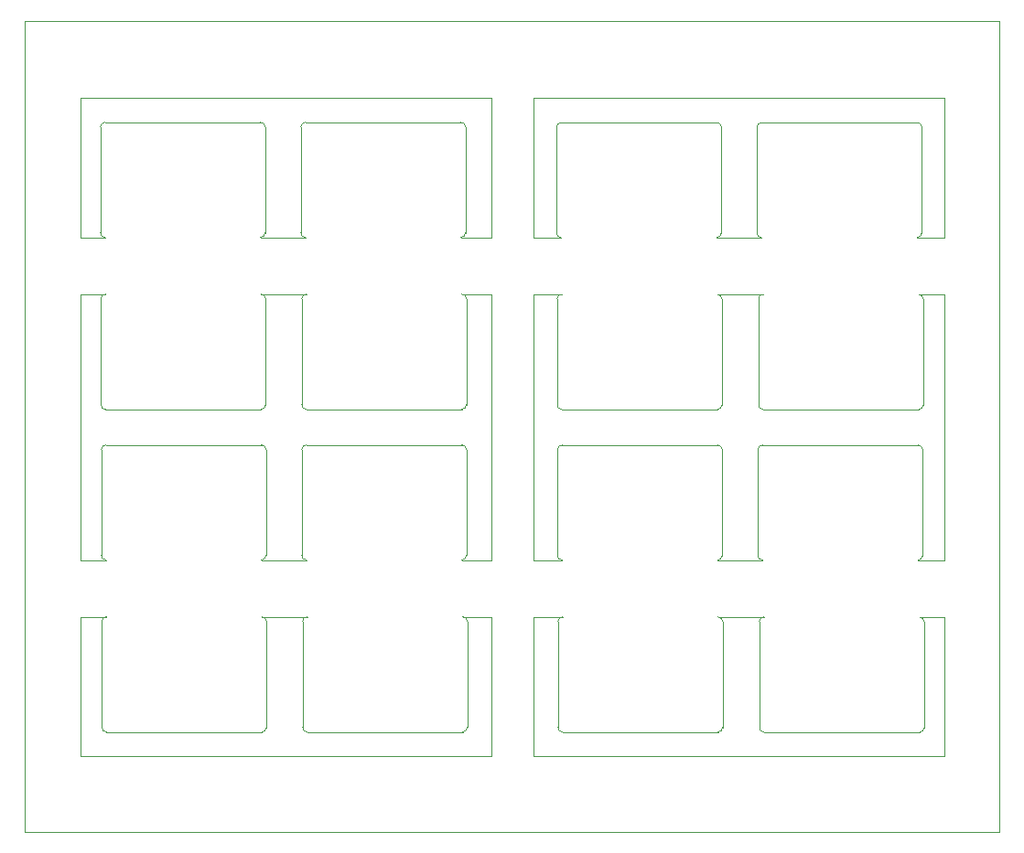
<source format=gbr>
%TF.GenerationSoftware,KiCad,Pcbnew,8.0.3*%
%TF.CreationDate,2024-06-16T14:02:55-05:00*%
%TF.ProjectId,EZ-VIK_panelized_panelized_panelized_panelized,455a2d56-494b-45f7-9061-6e656c697a65,rev?*%
%TF.SameCoordinates,Original*%
%TF.FileFunction,Profile,NP*%
%FSLAX46Y46*%
G04 Gerber Fmt 4.6, Leading zero omitted, Abs format (unit mm)*
G04 Created by KiCad (PCBNEW 8.0.3) date 2024-06-16 14:02:55*
%MOMM*%
%LPD*%
G01*
G04 APERTURE LIST*
%TA.AperFunction,Profile*%
%ADD10C,0.100000*%
%TD*%
G04 APERTURE END LIST*
D10*
X206554738Y-102721080D02*
X220932462Y-102721080D01*
X163785000Y-76542649D02*
X163785000Y-86348373D01*
X160403478Y-56475295D02*
G75*
G02*
X159973362Y-56905378I-430078J-5D01*
G01*
X185240000Y-86791678D02*
X185240000Y-62178378D01*
X138176000Y-104394000D02*
X138176000Y-40386000D01*
X187918460Y-102719456D02*
X202296184Y-102719456D01*
X187445322Y-76555838D02*
X187445322Y-86361562D01*
X205987322Y-76555838D02*
G75*
G02*
X206417438Y-76125722I430078J38D01*
G01*
X145673116Y-86778489D02*
G75*
G02*
X145243011Y-86348373I-16J430089D01*
G01*
X187875438Y-86791678D02*
G75*
G02*
X187445322Y-86361562I-38J430078D01*
G01*
X138176000Y-111982000D02*
X228346000Y-111982000D01*
X178515362Y-56905411D02*
X181356000Y-56905411D01*
X202253162Y-76125722D02*
X187875438Y-76125722D01*
X160481978Y-86349395D02*
G75*
G02*
X160051862Y-86779478I-430078J-5D01*
G01*
X178596362Y-62157722D02*
X181350000Y-62157722D01*
X228346000Y-55626000D02*
X228346000Y-38862000D01*
X145637638Y-72832167D02*
G75*
G02*
X145207533Y-72402051I-38J430067D01*
G01*
X181356000Y-104902000D02*
X143336000Y-104902000D01*
X220853962Y-62181024D02*
G75*
G02*
X221284076Y-62611140I38J-430076D01*
G01*
X228346000Y-36862000D02*
X138176000Y-36862000D01*
X187838938Y-62178378D02*
X185240000Y-62178378D01*
X220716662Y-46251622D02*
X206338938Y-46251622D01*
X221362578Y-102290964D02*
X221362578Y-92485240D01*
X178596362Y-62157722D02*
G75*
G02*
X179026478Y-62587838I38J-430078D01*
G01*
X187839960Y-72845356D02*
G75*
G02*
X187409844Y-72415240I-60J430056D01*
G01*
X160445478Y-72402051D02*
X160445478Y-62596327D01*
X145285000Y-92469405D02*
G75*
G02*
X145715116Y-92039300I430100J5D01*
G01*
X228346000Y-55626000D02*
X228346000Y-108966000D01*
X187366822Y-46681738D02*
X187366822Y-56487462D01*
X179023978Y-86349395D02*
G75*
G02*
X178593862Y-86779478I-430078J-5D01*
G01*
X159972340Y-46238433D02*
G75*
G02*
X160402467Y-46668549I60J-430067D01*
G01*
X145715116Y-92039289D02*
X143336000Y-92039289D01*
X202726300Y-102289340D02*
X202726300Y-92483616D01*
X187408822Y-62608494D02*
G75*
G02*
X187838938Y-62178422I430078J-6D01*
G01*
X163787500Y-62586816D02*
X163788522Y-72393562D01*
X145164500Y-46668549D02*
X145164500Y-56474273D01*
X145716138Y-102706267D02*
G75*
G02*
X145286033Y-102276151I-38J430067D01*
G01*
X179023978Y-86349395D02*
X179022956Y-76542649D01*
X145243000Y-76542649D02*
X145243000Y-86348373D01*
X160015362Y-62166211D02*
G75*
G02*
X160445489Y-62596327I38J-430089D01*
G01*
X202684300Y-86362584D02*
X202683278Y-76555838D01*
X138176000Y-38862000D02*
X138176000Y-40386000D01*
X178592840Y-76112533D02*
G75*
G02*
X179022967Y-76542649I60J-430067D01*
G01*
X206045100Y-62610118D02*
X206046122Y-72416864D01*
X220932462Y-92055124D02*
X223266000Y-92055124D01*
X164297138Y-102697778D02*
X178674862Y-102697778D01*
X160403478Y-56475295D02*
X160402456Y-46668549D01*
X145594616Y-56904389D02*
G75*
G02*
X145164511Y-56474273I-16J430089D01*
G01*
X202605800Y-56488484D02*
G75*
G02*
X202175684Y-56918600I-430100J-16D01*
G01*
X181350000Y-62157722D02*
X181350000Y-86779511D01*
X178674862Y-92031822D02*
X181350000Y-92031822D01*
X178593862Y-86779511D02*
X181350000Y-86779511D01*
X220795162Y-76125722D02*
G75*
G02*
X221225278Y-76555838I38J-430078D01*
G01*
X138176000Y-109982000D02*
X138176000Y-111982000D01*
X143336000Y-62165189D02*
X143336000Y-86360000D01*
X187487322Y-92482594D02*
G75*
G02*
X187917438Y-92052522I430078J-6D01*
G01*
X160445478Y-72402051D02*
G75*
G02*
X160015362Y-72832178I-430078J-49D01*
G01*
X223266000Y-92055124D02*
X223266000Y-104902000D01*
X187796938Y-56917578D02*
G75*
G02*
X187366822Y-56487462I-38J430078D01*
G01*
X202217684Y-62179400D02*
X206475216Y-62180002D01*
X185237322Y-104902000D02*
X223266000Y-104902000D01*
X223266000Y-62181024D02*
X223266000Y-86614000D01*
X185237322Y-43942000D02*
X223266000Y-43942000D01*
X163706500Y-46668549D02*
X163706500Y-56474273D01*
X220796184Y-86792700D02*
X223266000Y-86792700D01*
X221362578Y-102290964D02*
G75*
G02*
X220932462Y-102721078I-430078J-36D01*
G01*
X205908822Y-46681738D02*
X205908822Y-56487462D01*
X145243000Y-76542649D02*
G75*
G02*
X145673116Y-76112500I430100J49D01*
G01*
X205987322Y-76555838D02*
X205987322Y-86361562D01*
X160093862Y-92040311D02*
X164296116Y-92030800D01*
X179104978Y-102267662D02*
X179104978Y-92461938D01*
X221147800Y-56488484D02*
G75*
G02*
X220717684Y-56918600I-430100J-16D01*
G01*
X185237322Y-102719456D02*
X185237322Y-104902000D01*
X160481978Y-86349395D02*
X160480956Y-76542649D01*
X223266000Y-56918600D02*
X223266000Y-43942000D01*
X164218638Y-72823678D02*
X178596362Y-72823678D01*
X202726300Y-102289340D02*
G75*
G02*
X202296184Y-102719500I-430100J-60D01*
G01*
X187408822Y-62608494D02*
X187409844Y-72415240D01*
X138176000Y-104394000D02*
X138176000Y-109982000D01*
X202217684Y-62179400D02*
G75*
G02*
X202647800Y-62609516I16J-430100D01*
G01*
X228346000Y-109982000D02*
X228346000Y-108966000D01*
X178514340Y-46238433D02*
X164136616Y-46238433D01*
X164136616Y-56904389D02*
G75*
G02*
X163706511Y-56474273I-16J430089D01*
G01*
X160050840Y-76112533D02*
G75*
G02*
X160480967Y-76542649I60J-430067D01*
G01*
X187875438Y-86791678D02*
X185240000Y-86791678D01*
X228346000Y-38862000D02*
X228346000Y-36862000D01*
X179026478Y-72393562D02*
X179026478Y-62587838D01*
X187487322Y-92482594D02*
X187488344Y-102289340D01*
X138176000Y-38862000D02*
X138176000Y-36862000D01*
X202175684Y-56918600D02*
X206338938Y-56917578D01*
X160015362Y-62166211D02*
X164217616Y-62156700D01*
X187918460Y-102719456D02*
G75*
G02*
X187488344Y-102289340I-60J430056D01*
G01*
X202174662Y-46251622D02*
X187796938Y-46251622D01*
X202254184Y-86792700D02*
X206417438Y-86791678D01*
X159973362Y-56905411D02*
X164136616Y-56904389D01*
X181356000Y-102697778D02*
X181356000Y-104902000D01*
X221226300Y-86362584D02*
X221225278Y-76555838D01*
X163866000Y-92460916D02*
X163867022Y-102267662D01*
X202647800Y-72415240D02*
X202647800Y-62609516D01*
X164218638Y-72823678D02*
G75*
G02*
X163788522Y-72393562I-38J430078D01*
G01*
X206123600Y-92484218D02*
X206124622Y-102290964D01*
X206476238Y-72846980D02*
G75*
G02*
X206046120Y-72416864I-38J430080D01*
G01*
X145594616Y-56904389D02*
X143336000Y-56904389D01*
X160523978Y-102276151D02*
G75*
G02*
X160093862Y-102706278I-430078J-49D01*
G01*
X160051862Y-86779511D02*
X164215116Y-86778489D01*
X185240000Y-56917578D02*
X185237322Y-43942000D01*
X163706500Y-46668549D02*
G75*
G02*
X164136616Y-46238400I430100J49D01*
G01*
X206123600Y-92484218D02*
G75*
G02*
X206553716Y-92054100I430100J18D01*
G01*
X220795162Y-76125722D02*
X206417438Y-76125722D01*
X145206500Y-62595305D02*
G75*
G02*
X145636616Y-62165200I430100J5D01*
G01*
X164215116Y-86778489D02*
G75*
G02*
X163785011Y-86348373I-16J430089D01*
G01*
X187796938Y-56917578D02*
X185240000Y-56917578D01*
X145636616Y-62165189D02*
X143336000Y-62165189D01*
X206476238Y-72846980D02*
X220853962Y-72846980D01*
X145637638Y-72832167D02*
X160015362Y-72832167D01*
X202296184Y-92053500D02*
X206553716Y-92054102D01*
X206554738Y-102721080D02*
G75*
G02*
X206124620Y-102290964I-38J430080D01*
G01*
X202684300Y-86362584D02*
G75*
G02*
X202254184Y-86792700I-430100J-16D01*
G01*
X202605800Y-56488484D02*
X202604778Y-46681738D01*
X187917438Y-92052478D02*
X185240000Y-92052478D01*
X145673116Y-86778489D02*
X143336000Y-86778489D01*
X160050840Y-76112533D02*
X145673116Y-76112533D01*
X202296184Y-92053500D02*
G75*
G02*
X202726300Y-92483616I16J-430100D01*
G01*
X143336000Y-92039289D02*
X143336000Y-104902000D01*
X159972340Y-46238433D02*
X145594616Y-46238433D01*
X160093862Y-92040311D02*
G75*
G02*
X160523989Y-92470427I38J-430089D01*
G01*
X220932462Y-92055124D02*
G75*
G02*
X221362576Y-92485240I38J-430076D01*
G01*
X223266000Y-86614000D02*
X223266000Y-86792700D01*
X145164500Y-46668549D02*
G75*
G02*
X145594616Y-46238400I430100J49D01*
G01*
X228346000Y-109982000D02*
X228346000Y-111982000D01*
X178514340Y-46238433D02*
G75*
G02*
X178944467Y-46668549I60J-430067D01*
G01*
X206338938Y-56917578D02*
G75*
G02*
X205908822Y-56487462I-38J430078D01*
G01*
X145285000Y-92469405D02*
X145286022Y-102276151D01*
X181356000Y-43942000D02*
X143336000Y-43942000D01*
X178945478Y-56475295D02*
X178944456Y-46668549D01*
X221284078Y-72416864D02*
X221284078Y-62611140D01*
X178945478Y-56475295D02*
G75*
G02*
X178515362Y-56905378I-430078J-5D01*
G01*
X181350000Y-92031822D02*
X181356000Y-102697778D01*
X164297138Y-102697778D02*
G75*
G02*
X163867022Y-102267662I-38J430078D01*
G01*
X205908822Y-46681738D02*
G75*
G02*
X206338938Y-46251622I430078J38D01*
G01*
X220853962Y-62181024D02*
X223266000Y-62181024D01*
X202174662Y-46251622D02*
G75*
G02*
X202604778Y-46681738I38J-430078D01*
G01*
X220717684Y-56918600D02*
X223266000Y-56918600D01*
X181356000Y-43942000D02*
X181356000Y-56905411D01*
X221226300Y-86362584D02*
G75*
G02*
X220796184Y-86792700I-430100J-16D01*
G01*
X179104978Y-102267662D02*
G75*
G02*
X178674862Y-102697778I-430078J-38D01*
G01*
X206417438Y-86791678D02*
G75*
G02*
X205987322Y-86361562I-38J430078D01*
G01*
X221284078Y-72416864D02*
G75*
G02*
X220853962Y-72846978I-430078J-36D01*
G01*
X178592840Y-76112533D02*
X164215116Y-76112533D01*
X187839960Y-72845356D02*
X202217684Y-72845356D01*
X178674862Y-92031822D02*
G75*
G02*
X179104978Y-92461938I38J-430078D01*
G01*
X221147800Y-56488484D02*
X221146778Y-46681738D01*
X163866000Y-92460916D02*
G75*
G02*
X164296116Y-92030800I430100J16D01*
G01*
X179026478Y-72393562D02*
G75*
G02*
X178596362Y-72823678I-430078J-38D01*
G01*
X145716138Y-102706267D02*
X160093862Y-102706267D01*
X163785000Y-76542649D02*
G75*
G02*
X164215116Y-76112500I430100J49D01*
G01*
X220716662Y-46251622D02*
G75*
G02*
X221146778Y-46681738I38J-430078D01*
G01*
X206045100Y-62610118D02*
G75*
G02*
X206475216Y-62180000I430100J18D01*
G01*
X160523978Y-102276151D02*
X160523978Y-92470427D01*
X187445322Y-76555838D02*
G75*
G02*
X187875438Y-76125722I430078J38D01*
G01*
X187366822Y-46681738D02*
G75*
G02*
X187796938Y-46251622I430078J38D01*
G01*
X185240000Y-92052478D02*
X185237322Y-102719456D01*
X143336000Y-86778489D02*
X143336000Y-86360000D01*
X143336000Y-43942000D02*
X143336000Y-56904389D01*
X202253162Y-76125722D02*
G75*
G02*
X202683278Y-76555838I38J-430078D01*
G01*
X163787500Y-62586816D02*
G75*
G02*
X164217616Y-62156700I430100J16D01*
G01*
X145206500Y-62595305D02*
X145207522Y-72402051D01*
X202647800Y-72415240D02*
G75*
G02*
X202217684Y-72845400I-430100J-60D01*
G01*
M02*

</source>
